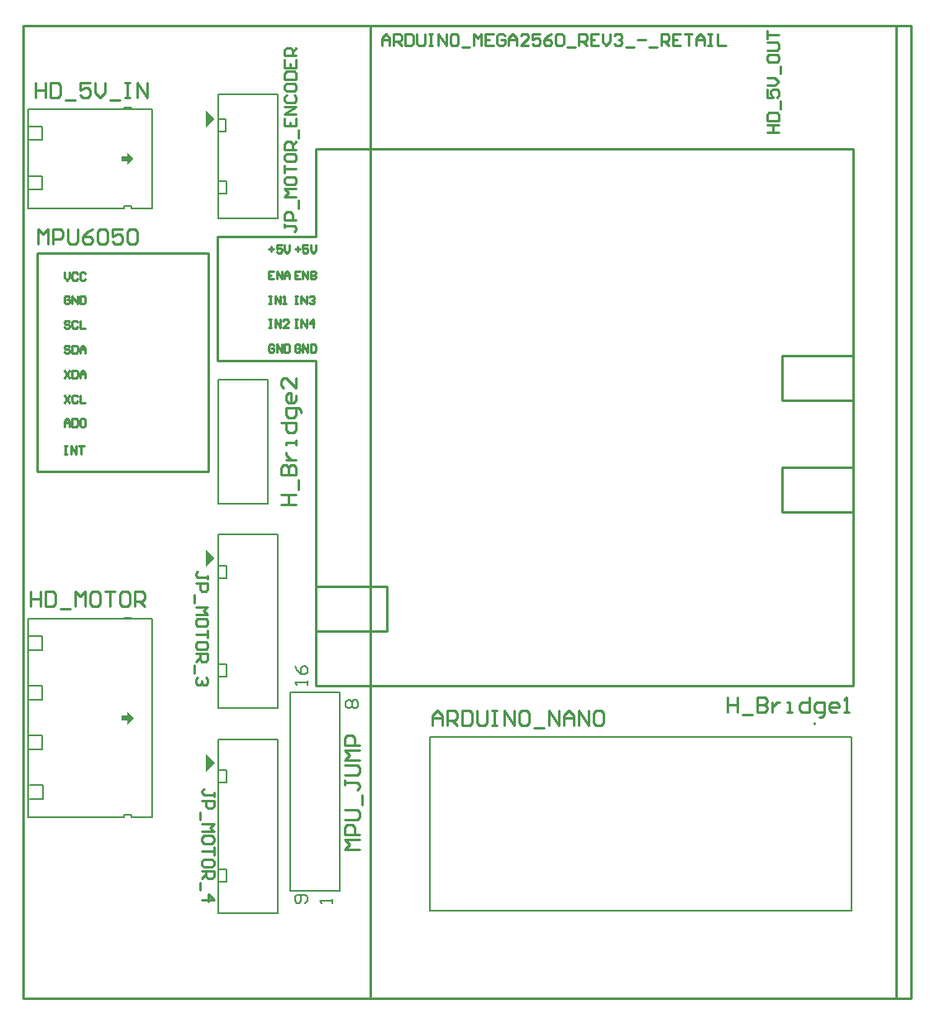
<source format=gto>
G04*
G04 #@! TF.GenerationSoftware,Altium Limited,Altium Designer,19.1.7 (138)*
G04*
G04 Layer_Color=65535*
%FSTAX24Y24*%
%MOIN*%
G70*
G01*
G75*
%ADD10C,0.0079*%
%ADD11C,0.0100*%
%ADD12C,0.0050*%
%ADD13C,0.0070*%
%ADD14C,0.0080*%
G36*
X03535Y02885D02*
X0351Y0291D01*
Y02895D01*
X03485D01*
Y02875D01*
X0351D01*
Y0286D01*
X03535Y02885D01*
D02*
G37*
G36*
X038255Y027405D02*
Y026695D01*
X038605Y027045D01*
X038615D01*
X038255Y027405D01*
D02*
G37*
G36*
Y035655D02*
Y034945D01*
X038605Y035295D01*
X038615D01*
X038255Y035655D01*
D02*
G37*
G36*
X03535Y0514D02*
X0351Y05165D01*
Y0515D01*
X03485D01*
Y0513D01*
X0351D01*
Y05115D01*
X03535Y0514D01*
D02*
G37*
G36*
X038255Y053355D02*
Y052645D01*
X038605Y052995D01*
X038615D01*
X038255Y053355D01*
D02*
G37*
D10*
X062847Y028616D02*
G03*
X062847Y028616I-000039J0D01*
G01*
X04165Y0219D02*
X04365D01*
X04165Y0299D02*
X04365D01*
Y0219D02*
Y0299D01*
X04165Y0219D02*
Y0299D01*
X04075Y0375D02*
Y0425D01*
X03875Y0375D02*
X04075D01*
X03875D02*
Y0425D01*
X04075D01*
D11*
X0309Y01755D02*
Y05675D01*
Y01755D02*
X0667Y01755D01*
X0309Y05675D02*
X0667Y05675D01*
X061489Y043439D02*
X064339D01*
X061489Y041639D02*
Y043439D01*
Y041639D02*
X064339D01*
X061489Y038939D02*
X064339D01*
X061489Y037139D02*
Y038939D01*
Y037139D02*
X064339D01*
X042689Y034139D02*
X045539D01*
Y032339D02*
Y034139D01*
X042689Y032339D02*
X045539D01*
X042689Y030139D02*
Y043245D01*
Y030139D02*
X044028D01*
X063D02*
X064339D01*
Y031478D01*
X063Y051789D02*
X064339D01*
Y05045D02*
Y051789D01*
X042689Y030139D02*
Y043245D01*
Y030139D02*
X044028D01*
X064339D02*
Y051789D01*
X042689D02*
X064339D01*
X042689Y030139D02*
X064339D01*
X03872Y048245D02*
X042689D01*
X03872Y043245D02*
Y048245D01*
Y043245D02*
X042689D01*
Y051789D02*
X044028D01*
X042689Y048245D02*
Y051789D01*
X0449Y05675D02*
X0449Y01755D01*
X0661D02*
Y05675D01*
X0667Y01755D02*
Y05675D01*
X03835Y0464D02*
Y0476D01*
X03145Y0464D02*
Y0476D01*
Y0388D02*
Y04D01*
X03835Y0388D02*
Y04D01*
Y0388D02*
Y0476D01*
X03145Y0388D02*
X03835D01*
X03145Y0476D02*
X03835D01*
X03145Y0388D02*
Y0476D01*
X03205D01*
X040789Y047746D02*
X040999D01*
X040894Y047851D02*
Y047641D01*
X041314Y047904D02*
X041104D01*
Y047746D01*
X041209Y047799D01*
X041261D01*
X041314Y047746D01*
Y047641D01*
X041261Y047589D01*
X041156D01*
X041104Y047641D01*
X041419Y047904D02*
Y047694D01*
X041524Y047589D01*
X041629Y047694D01*
Y047904D01*
X040999Y046854D02*
X040789D01*
Y046539D01*
X040999D01*
X040789Y046696D02*
X040894D01*
X041104Y046539D02*
Y046854D01*
X041314Y046539D01*
Y046854D01*
X041419Y046539D02*
Y046749D01*
X041524Y046854D01*
X041629Y046749D01*
Y046539D01*
Y046696D01*
X041419D01*
X040789Y045854D02*
X040894D01*
X040841D01*
Y045539D01*
X040789D01*
X040894D01*
X041051D02*
Y045854D01*
X041261Y045539D01*
Y045854D01*
X041366Y045539D02*
X041471D01*
X041419D01*
Y045854D01*
X041366Y045801D01*
X040789Y044904D02*
X040894D01*
X040841D01*
Y044589D01*
X040789D01*
X040894D01*
X041051D02*
Y044904D01*
X041261Y044589D01*
Y044904D01*
X041576Y044589D02*
X041366D01*
X041576Y044799D01*
Y044851D01*
X041524Y044904D01*
X041419D01*
X041366Y044851D01*
X040999Y043851D02*
X040946Y043904D01*
X040841D01*
X040789Y043851D01*
Y043641D01*
X040841Y043589D01*
X040946D01*
X040999Y043641D01*
Y043746D01*
X040894D01*
X041104Y043589D02*
Y043904D01*
X041314Y043589D01*
Y043904D01*
X041419D02*
Y043589D01*
X041576D01*
X041629Y043641D01*
Y043851D01*
X041576Y043904D01*
X041419D01*
X041839Y047746D02*
X042049D01*
X041944Y047851D02*
Y047641D01*
X042364Y047904D02*
X042154D01*
Y047746D01*
X042259Y047799D01*
X042311D01*
X042364Y047746D01*
Y047641D01*
X042311Y047589D01*
X042206D01*
X042154Y047641D01*
X042469Y047904D02*
Y047694D01*
X042574Y047589D01*
X042679Y047694D01*
Y047904D01*
X042049Y046854D02*
X041839D01*
Y046539D01*
X042049D01*
X041839Y046696D02*
X041944D01*
X042154Y046539D02*
Y046854D01*
X042364Y046539D01*
Y046854D01*
X042469D02*
Y046539D01*
X042626D01*
X042679Y046591D01*
Y046644D01*
X042626Y046696D01*
X042469D01*
X042626D01*
X042679Y046749D01*
Y046801D01*
X042626Y046854D01*
X042469D01*
X041839Y045854D02*
X041944D01*
X041891D01*
Y045539D01*
X041839D01*
X041944D01*
X042101D02*
Y045854D01*
X042311Y045539D01*
Y045854D01*
X042416Y045801D02*
X042469Y045854D01*
X042574D01*
X042626Y045801D01*
Y045749D01*
X042574Y045696D01*
X042521D01*
X042574D01*
X042626Y045644D01*
Y045591D01*
X042574Y045539D01*
X042469D01*
X042416Y045591D01*
X041839Y044904D02*
X041944D01*
X041891D01*
Y044589D01*
X041839D01*
X041944D01*
X042101D02*
Y044904D01*
X042311Y044589D01*
Y044904D01*
X042574Y044589D02*
Y044904D01*
X042416Y044746D01*
X042626D01*
X042049Y043851D02*
X041996Y043904D01*
X041891D01*
X041839Y043851D01*
Y043641D01*
X041891Y043589D01*
X041996D01*
X042049Y043641D01*
Y043746D01*
X041944D01*
X042154Y043589D02*
Y043904D01*
X042364Y043589D01*
Y043904D01*
X042469D02*
Y043589D01*
X042626D01*
X042679Y043641D01*
Y043851D01*
X042626Y043904D01*
X042469D01*
X03255Y046815D02*
Y046605D01*
X032655Y0465D01*
X03276Y046605D01*
Y046815D01*
X033075Y046762D02*
X033022Y046815D01*
X032917D01*
X032865Y046762D01*
Y046552D01*
X032917Y0465D01*
X033022D01*
X033075Y046552D01*
X03339Y046762D02*
X033337Y046815D01*
X033232D01*
X03318Y046762D01*
Y046552D01*
X033232Y0465D01*
X033337D01*
X03339Y046552D01*
X03276Y045812D02*
X032707Y045865D01*
X032602D01*
X03255Y045812D01*
Y045602D01*
X032602Y04555D01*
X032707D01*
X03276Y045602D01*
Y045707D01*
X032655D01*
X032865Y04555D02*
Y045865D01*
X033075Y04555D01*
Y045865D01*
X03318D02*
Y04555D01*
X033337D01*
X03339Y045602D01*
Y045812D01*
X033337Y045865D01*
X03318D01*
X03276Y044812D02*
X032707Y044865D01*
X032602D01*
X03255Y044812D01*
Y04476D01*
X032602Y044707D01*
X032707D01*
X03276Y044655D01*
Y044602D01*
X032707Y04455D01*
X032602D01*
X03255Y044602D01*
X033075Y044812D02*
X033022Y044865D01*
X032917D01*
X032865Y044812D01*
Y044602D01*
X032917Y04455D01*
X033022D01*
X033075Y044602D01*
X03318Y044865D02*
Y04455D01*
X03339D01*
X03276Y043812D02*
X032707Y043865D01*
X032602D01*
X03255Y043812D01*
Y04376D01*
X032602Y043707D01*
X032707D01*
X03276Y043655D01*
Y043602D01*
X032707Y04355D01*
X032602D01*
X03255Y043602D01*
X032865Y043865D02*
Y04355D01*
X033022D01*
X033075Y043602D01*
Y043812D01*
X033022Y043865D01*
X032865D01*
X03318Y04355D02*
Y04376D01*
X033285Y043865D01*
X03339Y04376D01*
Y04355D01*
Y043707D01*
X03318D01*
X03255Y042865D02*
X03276Y04255D01*
Y042865D02*
X03255Y04255D01*
X032865Y042865D02*
Y04255D01*
X033022D01*
X033075Y042602D01*
Y042812D01*
X033022Y042865D01*
X032865D01*
X03318Y04255D02*
Y04276D01*
X033285Y042865D01*
X03339Y04276D01*
Y04255D01*
Y042707D01*
X03318D01*
X03255Y041865D02*
X03276Y04155D01*
Y041865D02*
X03255Y04155D01*
X033075Y041812D02*
X033022Y041865D01*
X032917D01*
X032865Y041812D01*
Y041602D01*
X032917Y04155D01*
X033022D01*
X033075Y041602D01*
X03318Y041865D02*
Y04155D01*
X03339D01*
X03255Y0406D02*
Y04081D01*
X032655Y040915D01*
X03276Y04081D01*
Y0406D01*
Y040757D01*
X03255D01*
X032865Y040915D02*
Y0406D01*
X033022D01*
X033075Y040652D01*
Y040862D01*
X033022Y040915D01*
X032865D01*
X03318Y040862D02*
X033232Y040915D01*
X033337D01*
X03339Y040862D01*
Y040652D01*
X033337Y0406D01*
X033232D01*
X03318Y040652D01*
Y040862D01*
X03255Y039815D02*
X032655D01*
X032602D01*
Y0395D01*
X03255D01*
X032655D01*
X032812D02*
Y039815D01*
X033022Y0395D01*
Y039815D01*
X033127D02*
X033337D01*
X033232D01*
Y0395D01*
X04535Y05595D02*
Y056265D01*
X045507Y056422D01*
X045665Y056265D01*
Y05595D01*
Y056186D01*
X04535D01*
X045822Y05595D02*
Y056422D01*
X046058D01*
X046137Y056344D01*
Y056186D01*
X046058Y056107D01*
X045822D01*
X04598D02*
X046137Y05595D01*
X046295Y056422D02*
Y05595D01*
X046531D01*
X046609Y056029D01*
Y056344D01*
X046531Y056422D01*
X046295D01*
X046767D02*
Y056029D01*
X046846Y05595D01*
X047003D01*
X047082Y056029D01*
Y056422D01*
X047239D02*
X047397D01*
X047318D01*
Y05595D01*
X047239D01*
X047397D01*
X047633D02*
Y056422D01*
X047948Y05595D01*
Y056422D01*
X048341D02*
X048184D01*
X048105Y056344D01*
Y056029D01*
X048184Y05595D01*
X048341D01*
X04842Y056029D01*
Y056344D01*
X048341Y056422D01*
X048577Y055871D02*
X048892D01*
X04905Y05595D02*
Y056422D01*
X049207Y056265D01*
X049364Y056422D01*
Y05595D01*
X049837Y056422D02*
X049522D01*
Y05595D01*
X049837D01*
X049522Y056186D02*
X049679D01*
X050309Y056344D02*
X05023Y056422D01*
X050073D01*
X049994Y056344D01*
Y056029D01*
X050073Y05595D01*
X05023D01*
X050309Y056029D01*
Y056186D01*
X050152D01*
X050466Y05595D02*
Y056265D01*
X050624Y056422D01*
X050781Y056265D01*
Y05595D01*
Y056186D01*
X050466D01*
X051254Y05595D02*
X050939D01*
X051254Y056265D01*
Y056344D01*
X051175Y056422D01*
X051017D01*
X050939Y056344D01*
X051726Y056422D02*
X051411D01*
Y056186D01*
X051568Y056265D01*
X051647D01*
X051726Y056186D01*
Y056029D01*
X051647Y05595D01*
X05149D01*
X051411Y056029D01*
X052198Y056422D02*
X052041Y056344D01*
X051883Y056186D01*
Y056029D01*
X051962Y05595D01*
X052119D01*
X052198Y056029D01*
Y056107D01*
X052119Y056186D01*
X051883D01*
X052356Y056344D02*
X052434Y056422D01*
X052592D01*
X05267Y056344D01*
Y056029D01*
X052592Y05595D01*
X052434D01*
X052356Y056029D01*
Y056344D01*
X052828Y055871D02*
X053143D01*
X0533Y05595D02*
Y056422D01*
X053536D01*
X053615Y056344D01*
Y056186D01*
X053536Y056107D01*
X0533D01*
X053458D02*
X053615Y05595D01*
X054087Y056422D02*
X053772D01*
Y05595D01*
X054087D01*
X053772Y056186D02*
X05393D01*
X054245Y056422D02*
Y056107D01*
X054402Y05595D01*
X05456Y056107D01*
Y056422D01*
X054717Y056344D02*
X054796Y056422D01*
X054953D01*
X055032Y056344D01*
Y056265D01*
X054953Y056186D01*
X054874D01*
X054953D01*
X055032Y056107D01*
Y056029D01*
X054953Y05595D01*
X054796D01*
X054717Y056029D01*
X055189Y055871D02*
X055504D01*
X055662Y056186D02*
X055976D01*
X056134Y055871D02*
X056449D01*
X056606Y05595D02*
Y056422D01*
X056842D01*
X056921Y056344D01*
Y056186D01*
X056842Y056107D01*
X056606D01*
X056764D02*
X056921Y05595D01*
X057393Y056422D02*
X057078D01*
Y05595D01*
X057393D01*
X057078Y056186D02*
X057236D01*
X057551Y056422D02*
X057866D01*
X057708D01*
Y05595D01*
X058023D02*
Y056265D01*
X05818Y056422D01*
X058338Y056265D01*
Y05595D01*
Y056186D01*
X058023D01*
X058495Y056422D02*
X058653D01*
X058574D01*
Y05595D01*
X058495D01*
X058653D01*
X058889Y056422D02*
Y05595D01*
X059204D01*
X0593Y0297D02*
Y0291D01*
Y0294D01*
X0597D01*
Y0297D01*
Y0291D01*
X0599Y029D02*
X0603D01*
X0605Y0297D02*
Y0291D01*
X0608D01*
X060899Y0292D01*
Y0293D01*
X0608Y0294D01*
X0605D01*
X0608D01*
X060899Y0295D01*
Y0296D01*
X0608Y0297D01*
X0605D01*
X061099Y0295D02*
Y0291D01*
Y0293D01*
X061199Y0294D01*
X061299Y0295D01*
X061399D01*
X061699Y0291D02*
X061899D01*
X061799D01*
Y0295D01*
X061699D01*
X062599Y0297D02*
Y0291D01*
X062299D01*
X062199Y0292D01*
Y0294D01*
X062299Y0295D01*
X062599D01*
X062999Y0289D02*
X063099D01*
X063199Y029D01*
Y0295D01*
X062899D01*
X062799Y0294D01*
Y0292D01*
X062899Y0291D01*
X063199D01*
X063699D02*
X063499D01*
X063399Y0292D01*
Y0294D01*
X063499Y0295D01*
X063699D01*
X063799Y0294D01*
Y0293D01*
X063399D01*
X063998Y0291D02*
X064198D01*
X064098D01*
Y0297D01*
X063998Y0296D01*
X060878Y05245D02*
X06135D01*
X061114D01*
Y052765D01*
X060878D01*
X06135D01*
X060878Y052922D02*
X06135D01*
Y053158D01*
X061271Y053237D01*
X060956D01*
X060878Y053158D01*
Y052922D01*
X061429Y053395D02*
Y053709D01*
X060878Y054182D02*
Y053867D01*
X061114D01*
X061035Y054024D01*
Y054103D01*
X061114Y054182D01*
X061271D01*
X06135Y054103D01*
Y053946D01*
X061271Y053867D01*
X060878Y054339D02*
X061193D01*
X06135Y054497D01*
X061193Y054654D01*
X060878D01*
X061429Y054811D02*
Y055126D01*
X060878Y05552D02*
Y055362D01*
X060956Y055284D01*
X061271D01*
X06135Y055362D01*
Y05552D01*
X061271Y055599D01*
X060956D01*
X060878Y05552D01*
Y055756D02*
X061271D01*
X06135Y055835D01*
Y055992D01*
X061271Y056071D01*
X060878D01*
Y056228D02*
Y056543D01*
Y056386D01*
X06135D01*
X0474Y02855D02*
Y02895D01*
X0476Y02915D01*
X0478Y02895D01*
Y02855D01*
Y02885D01*
X0474D01*
X048Y02855D02*
Y02915D01*
X0483D01*
X0484Y02905D01*
Y02885D01*
X0483Y02875D01*
X048D01*
X0482D02*
X0484Y02855D01*
X0486Y02915D02*
Y02855D01*
X0489D01*
X048999Y02865D01*
Y02905D01*
X0489Y02915D01*
X0486D01*
X049199D02*
Y02865D01*
X049299Y02855D01*
X049499D01*
X049599Y02865D01*
Y02915D01*
X049799D02*
X049999D01*
X049899D01*
Y02855D01*
X049799D01*
X049999D01*
X050299D02*
Y02915D01*
X050699Y02855D01*
Y02915D01*
X051199D02*
X050999D01*
X050899Y02905D01*
Y02865D01*
X050999Y02855D01*
X051199D01*
X051299Y02865D01*
Y02905D01*
X051199Y02915D01*
X051499Y02845D02*
X051899D01*
X052098Y02855D02*
Y02915D01*
X052498Y02855D01*
Y02915D01*
X052698Y02855D02*
Y02895D01*
X052898Y02915D01*
X053098Y02895D01*
Y02855D01*
Y02885D01*
X052698D01*
X053298Y02855D02*
Y02915D01*
X053698Y02855D01*
Y02915D01*
X054198D02*
X053998D01*
X053898Y02905D01*
Y02865D01*
X053998Y02855D01*
X054198D01*
X054298Y02865D01*
Y02905D01*
X054198Y02915D01*
X04445Y02355D02*
X04385D01*
X04405Y02375D01*
X04385Y02395D01*
X04445D01*
Y02415D02*
X04385D01*
Y02445D01*
X04395Y02455D01*
X04415D01*
X04425Y02445D01*
Y02415D01*
X04385Y02475D02*
X04435D01*
X04445Y02485D01*
Y02505D01*
X04435Y025149D01*
X04385D01*
X04455Y025349D02*
Y025749D01*
X04385Y026349D02*
Y026149D01*
Y026249D01*
X04435D01*
X04445Y026149D01*
Y026049D01*
X04435Y025949D01*
X04385Y026549D02*
X04435D01*
X04445Y026649D01*
Y026849D01*
X04435Y026949D01*
X04385D01*
X04445Y027149D02*
X04385D01*
X04405Y027349D01*
X04385Y027549D01*
X04445D01*
Y027749D02*
X04385D01*
Y028049D01*
X04395Y028149D01*
X04415D01*
X04425Y028049D01*
Y027749D01*
X0315Y04795D02*
Y04855D01*
X0317Y04835D01*
X0319Y04855D01*
Y04795D01*
X0321D02*
Y04855D01*
X0324D01*
X0325Y04845D01*
Y04825D01*
X0324Y04815D01*
X0321D01*
X0327Y04855D02*
Y04805D01*
X0328Y04795D01*
X033D01*
X033099Y04805D01*
Y04855D01*
X033699D02*
X033499Y04845D01*
X033299Y04825D01*
Y04805D01*
X033399Y04795D01*
X033599D01*
X033699Y04805D01*
Y04815D01*
X033599Y04825D01*
X033299D01*
X033899Y04845D02*
X033999Y04855D01*
X034199D01*
X034299Y04845D01*
Y04805D01*
X034199Y04795D01*
X033999D01*
X033899Y04805D01*
Y04845D01*
X034899Y04855D02*
X034499D01*
Y04825D01*
X034699Y04835D01*
X034799D01*
X034899Y04825D01*
Y04805D01*
X034799Y04795D01*
X034599D01*
X034499Y04805D01*
X035099Y04845D02*
X035199Y04855D01*
X035399D01*
X035499Y04845D01*
Y04805D01*
X035399Y04795D01*
X035199D01*
X035099Y04805D01*
Y04845D01*
X038572Y025685D02*
Y025843D01*
Y025764D01*
X038179D01*
X0381Y025843D01*
Y025921D01*
X038179Y026D01*
X0381Y025528D02*
X038572D01*
Y025292D01*
X038494Y025213D01*
X038336D01*
X038257Y025292D01*
Y025528D01*
X038021Y025055D02*
Y024741D01*
X0381Y024583D02*
X038572D01*
X038415Y024426D01*
X038572Y024268D01*
X0381D01*
X038572Y023875D02*
Y024032D01*
X038494Y024111D01*
X038179D01*
X0381Y024032D01*
Y023875D01*
X038179Y023796D01*
X038494D01*
X038572Y023875D01*
Y023639D02*
Y023324D01*
Y023481D01*
X0381D01*
X038572Y02293D02*
Y023088D01*
X038494Y023166D01*
X038179D01*
X0381Y023088D01*
Y02293D01*
X038179Y022851D01*
X038494D01*
X038572Y02293D01*
X0381Y022694D02*
X038572D01*
Y022458D01*
X038494Y022379D01*
X038336D01*
X038257Y022458D01*
Y022694D01*
Y022537D02*
X0381Y022379D01*
X038021Y022222D02*
Y021907D01*
X0381Y021513D02*
X038572D01*
X038336Y021749D01*
Y021435D01*
X038322Y034435D02*
Y034593D01*
Y034514D01*
X037929D01*
X03785Y034593D01*
Y034671D01*
X037929Y03475D01*
X03785Y034278D02*
X038322D01*
Y034042D01*
X038244Y033963D01*
X038086D01*
X038007Y034042D01*
Y034278D01*
X037771Y033805D02*
Y033491D01*
X03785Y033333D02*
X038322D01*
X038165Y033176D01*
X038322Y033018D01*
X03785D01*
X038322Y032625D02*
Y032782D01*
X038244Y032861D01*
X037929D01*
X03785Y032782D01*
Y032625D01*
X037929Y032546D01*
X038244D01*
X038322Y032625D01*
Y032389D02*
Y032074D01*
Y032231D01*
X03785D01*
X038322Y03168D02*
Y031838D01*
X038244Y031916D01*
X037929D01*
X03785Y031838D01*
Y03168D01*
X037929Y031601D01*
X038244D01*
X038322Y03168D01*
X03785Y031444D02*
X038322D01*
Y031208D01*
X038244Y031129D01*
X038086D01*
X038007Y031208D01*
Y031444D01*
Y031287D02*
X03785Y031129D01*
X037771Y030972D02*
Y030657D01*
X038244Y030499D02*
X038322Y030421D01*
Y030263D01*
X038244Y030185D01*
X038165D01*
X038086Y030263D01*
Y030342D01*
Y030263D01*
X038007Y030185D01*
X037929D01*
X03785Y030263D01*
Y030421D01*
X037929Y030499D01*
X0312Y03395D02*
Y03335D01*
Y03365D01*
X0316D01*
Y03395D01*
Y03335D01*
X0318Y03395D02*
Y03335D01*
X0321D01*
X0322Y03345D01*
Y03385D01*
X0321Y03395D01*
X0318D01*
X0324Y03325D02*
X032799D01*
X032999Y03335D02*
Y03395D01*
X033199Y03375D01*
X033399Y03395D01*
Y03335D01*
X033899Y03395D02*
X033699D01*
X033599Y03385D01*
Y03345D01*
X033699Y03335D01*
X033899D01*
X033999Y03345D01*
Y03385D01*
X033899Y03395D01*
X034199D02*
X034599D01*
X034399D01*
Y03335D01*
X035099Y03395D02*
X034899D01*
X034799Y03385D01*
Y03345D01*
X034899Y03335D01*
X035099D01*
X035199Y03345D01*
Y03385D01*
X035099Y03395D01*
X035399Y03335D02*
Y03395D01*
X035699D01*
X035799Y03385D01*
Y03365D01*
X035699Y03355D01*
X035399D01*
X035599D02*
X035799Y03335D01*
X0413Y03745D02*
X0419D01*
X0416D01*
Y03785D01*
X0413D01*
X0419D01*
X042Y03805D02*
Y03845D01*
X0413Y03865D02*
X0419D01*
Y03895D01*
X0418Y039049D01*
X0417D01*
X0416Y03895D01*
Y03865D01*
Y03895D01*
X0415Y039049D01*
X0414D01*
X0413Y03895D01*
Y03865D01*
X0415Y039249D02*
X0419D01*
X0417D01*
X0416Y039349D01*
X0415Y039449D01*
Y039549D01*
X0419Y039849D02*
Y040049D01*
Y039949D01*
X0415D01*
Y039849D01*
X0413Y040749D02*
X0419D01*
Y040449D01*
X0418Y040349D01*
X0416D01*
X0415Y040449D01*
Y040749D01*
X0421Y041149D02*
Y041249D01*
X042Y041349D01*
X0415D01*
Y041049D01*
X0416Y040949D01*
X0418D01*
X0419Y041049D01*
Y041349D01*
Y041849D02*
Y041649D01*
X0418Y041549D01*
X0416D01*
X0415Y041649D01*
Y041849D01*
X0416Y041949D01*
X0417D01*
Y041549D01*
X0419Y042548D02*
Y042148D01*
X0415Y042548D01*
X0414D01*
X0413Y042448D01*
Y042248D01*
X0414Y042148D01*
X041428Y048765D02*
Y048607D01*
Y048686D01*
X041821D01*
X0419Y048607D01*
Y048529D01*
X041821Y04845D01*
X0419Y048922D02*
X041428D01*
Y049158D01*
X041506Y049237D01*
X041664D01*
X041743Y049158D01*
Y048922D01*
X041979Y049395D02*
Y049709D01*
X0419Y049867D02*
X041428D01*
X041585Y050024D01*
X041428Y050182D01*
X0419D01*
X041428Y050575D02*
Y050418D01*
X041506Y050339D01*
X041821D01*
X0419Y050418D01*
Y050575D01*
X041821Y050654D01*
X041506D01*
X041428Y050575D01*
Y050811D02*
Y051126D01*
Y050969D01*
X0419D01*
X041428Y05152D02*
Y051362D01*
X041506Y051284D01*
X041821D01*
X0419Y051362D01*
Y05152D01*
X041821Y051599D01*
X041506D01*
X041428Y05152D01*
X0419Y051756D02*
X041428D01*
Y051992D01*
X041506Y052071D01*
X041664D01*
X041743Y051992D01*
Y051756D01*
Y051913D02*
X0419Y052071D01*
X041979Y052228D02*
Y052543D01*
X041428Y053015D02*
Y052701D01*
X0419D01*
Y053015D01*
X041664Y052701D02*
Y052858D01*
X0419Y053173D02*
X041428D01*
X0419Y053488D01*
X041428D01*
X041506Y05396D02*
X041428Y053881D01*
Y053724D01*
X041506Y053645D01*
X041821D01*
X0419Y053724D01*
Y053881D01*
X041821Y05396D01*
X041428Y054354D02*
Y054196D01*
X041506Y054117D01*
X041821D01*
X0419Y054196D01*
Y054354D01*
X041821Y054432D01*
X041506D01*
X041428Y054354D01*
Y05459D02*
X0419D01*
Y054826D01*
X041821Y054905D01*
X041506D01*
X041428Y054826D01*
Y05459D01*
Y055377D02*
Y055062D01*
X0419D01*
Y055377D01*
X041664Y055062D02*
Y055219D01*
X0419Y055534D02*
X041428D01*
Y05577D01*
X041506Y055849D01*
X041664D01*
X041743Y05577D01*
Y055534D01*
Y055692D02*
X0419Y055849D01*
X0314Y05445D02*
Y05385D01*
Y05415D01*
X0318D01*
Y05445D01*
Y05385D01*
X032Y05445D02*
Y05385D01*
X0323D01*
X0324Y05395D01*
Y05435D01*
X0323Y05445D01*
X032D01*
X0326Y05375D02*
X032999D01*
X033599Y05445D02*
X033199D01*
Y05415D01*
X033399Y05425D01*
X033499D01*
X033599Y05415D01*
Y05395D01*
X033499Y05385D01*
X033299D01*
X033199Y05395D01*
X033799Y05445D02*
Y05405D01*
X033999Y05385D01*
X034199Y05405D01*
Y05445D01*
X034399Y05375D02*
X034799D01*
X034999Y05445D02*
X035199D01*
X035099D01*
Y05385D01*
X034999D01*
X035199D01*
X035499D02*
Y05445D01*
X035899Y05385D01*
Y05445D01*
D12*
X0473Y0281D02*
X0643D01*
X0473Y0211D02*
Y0281D01*
Y0211D02*
X0643D01*
Y0281D01*
D13*
X03495Y0329D02*
X03525D01*
Y02485D02*
Y02495D01*
X03495D02*
X03525D01*
X03495Y02485D02*
Y02495D01*
X03115Y0256D02*
X0317D01*
Y02615D01*
X03115D02*
X0317D01*
X0311Y0276D02*
X03165D01*
Y02815D01*
X0311D02*
X03165D01*
X0311Y0296D02*
X03165D01*
Y03015D01*
X0311D02*
X03165D01*
X0311Y0316D02*
X03165D01*
Y03215D01*
X0311D02*
X03165D01*
X0361Y02485D02*
Y03285D01*
X0311D02*
X0361D01*
X0311Y02485D02*
X03495D01*
X0311D02*
Y03285D01*
X03525Y02485D02*
X0361D01*
X03525Y0494D02*
X0361D01*
X03495D02*
Y0495D01*
X03525D01*
Y0494D02*
Y0495D01*
X0361Y0494D02*
Y05338D01*
X0311Y0534D02*
X0361D01*
X0311Y0494D02*
X03495D01*
X0311D02*
Y0534D01*
Y0527D02*
X03165D01*
Y05215D02*
Y0527D01*
X0311Y05215D02*
X03165D01*
X0311Y0507D02*
X03165D01*
Y05015D02*
Y0507D01*
X0311Y05015D02*
X03165D01*
X03495Y05345D02*
X03525D01*
X04115Y021D02*
Y028D01*
X03875Y021D02*
X03975D01*
X03875D02*
Y028D01*
X04115D01*
X03975Y021D02*
X04115D01*
X03878Y02675D02*
X03908D01*
Y02625D02*
Y02675D01*
X03878Y02625D02*
X03908D01*
X03877Y02276D02*
X03907D01*
Y02226D02*
Y02276D01*
X03877Y02226D02*
X03907D01*
X04115Y02925D02*
Y03625D01*
X03875Y02925D02*
X03975D01*
X03875D02*
Y03625D01*
X04115D01*
X03975Y02925D02*
X04115D01*
X03878Y035D02*
X03908D01*
Y0345D02*
Y035D01*
X03878Y0345D02*
X03908D01*
X03877Y03101D02*
X03907D01*
Y03051D02*
Y03101D01*
X03877Y03051D02*
X03907D01*
X03975Y049D02*
X04115D01*
X03875Y054D02*
X04115D01*
X03875Y049D02*
Y054D01*
Y049D02*
X03975D01*
X04115D02*
Y054D01*
X03875Y05298D02*
X03905D01*
Y05248D02*
Y05298D01*
X03875Y05248D02*
X03905D01*
X03877Y0505D02*
X03907D01*
Y05D02*
Y0505D01*
X03877Y05D02*
X03907D01*
D14*
X042267Y0214D02*
X04235Y021483D01*
Y02165D01*
X042267Y021733D01*
X041933D01*
X04185Y02165D01*
Y021483D01*
X041933Y0214D01*
X042017D01*
X0421Y021483D01*
Y021733D01*
X04335Y0214D02*
Y021567D01*
Y021483D01*
X04285D01*
X042933Y0214D01*
X043983Y02925D02*
X0439Y029333D01*
Y0295D01*
X043983Y029583D01*
X044067D01*
X04415Y0295D01*
X044233Y029583D01*
X044317D01*
X0444Y0295D01*
Y029333D01*
X044317Y02925D01*
X044233D01*
X04415Y029333D01*
X044067Y02925D01*
X043983D01*
X04415Y029333D02*
Y0295D01*
X04235Y0302D02*
Y030367D01*
Y030283D01*
X04185D01*
X041933Y0302D01*
X04185Y03095D02*
X041933Y030783D01*
X0421Y030617D01*
X042267D01*
X04235Y0307D01*
Y030866D01*
X042267Y03095D01*
X042183D01*
X0421Y030866D01*
Y030617D01*
M02*

</source>
